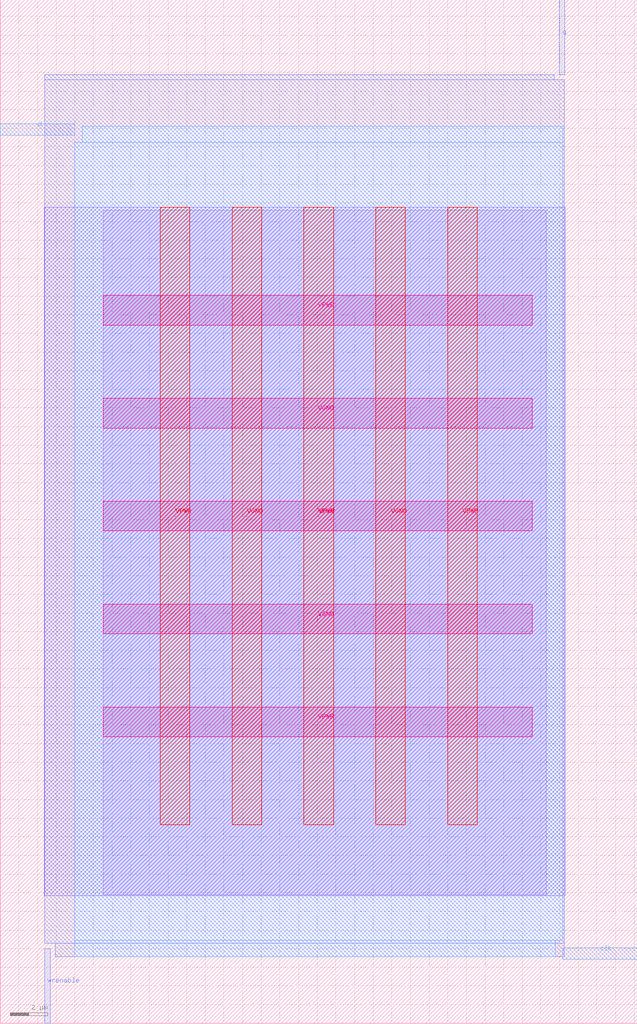
<source format=lef>
VERSION 5.7 ;
  NOWIREEXTENSIONATPIN ON ;
  DIVIDERCHAR "/" ;
  BUSBITCHARS "[]" ;
MACRO register
  CLASS BLOCK ;
  FOREIGN register ;
  ORIGIN 0.000 0.000 ;
  SIZE 34.165 BY 54.885 ;
  PIN clk
    DIRECTION INPUT ;
    USE SIGNAL ;
    PORT
      LAYER met3 ;
        RECT 30.165 3.440 34.165 4.040 ;
    END
  END clk
  PIN d
    DIRECTION INPUT ;
    USE SIGNAL ;
    PORT
      LAYER met3 ;
        RECT 0.000 47.640 4.000 48.240 ;
    END
  END d
  PIN q
    DIRECTION OUTPUT TRISTATE ;
    USE SIGNAL ;
    PORT
      LAYER met2 ;
        RECT 29.990 50.885 30.270 54.885 ;
    END
  END q
  PIN wrenable
    DIRECTION INPUT ;
    USE SIGNAL ;
    PORT
      LAYER met2 ;
        RECT 2.390 0.000 2.670 4.000 ;
    END
  END wrenable
  PIN VPWR
    DIRECTION INOUT ;
    USE POWER ;
    PORT
      LAYER met4 ;
        RECT 23.990 10.640 25.590 43.760 ;
    END
  END VPWR
  PIN VPWR
    DIRECTION INOUT ;
    USE POWER ;
    PORT
      LAYER met4 ;
        RECT 16.280 10.640 17.880 43.760 ;
    END
  END VPWR
  PIN VPWR
    DIRECTION INOUT ;
    USE POWER ;
    PORT
      LAYER met4 ;
        RECT 8.575 10.640 10.175 43.760 ;
    END
  END VPWR
  PIN VPWR
    DIRECTION INOUT ;
    USE POWER ;
    PORT
      LAYER met5 ;
        RECT 5.520 37.445 28.520 39.045 ;
    END
  END VPWR
  PIN VPWR
    DIRECTION INOUT ;
    USE POWER ;
    PORT
      LAYER met5 ;
        RECT 5.520 26.405 28.520 28.005 ;
    END
  END VPWR
  PIN VPWR
    DIRECTION INOUT ;
    USE POWER ;
    PORT
      LAYER met5 ;
        RECT 5.520 15.360 28.520 16.960 ;
    END
  END VPWR
  PIN VGND
    DIRECTION INOUT ;
    USE GROUND ;
    PORT
      LAYER met4 ;
        RECT 20.135 10.640 21.735 43.760 ;
    END
  END VGND
  PIN VGND
    DIRECTION INOUT ;
    USE GROUND ;
    PORT
      LAYER met4 ;
        RECT 12.430 10.640 14.030 43.760 ;
    END
  END VGND
  PIN VGND
    DIRECTION INOUT ;
    USE GROUND ;
    PORT
      LAYER met5 ;
        RECT 5.520 31.925 28.520 33.525 ;
    END
  END VGND
  PIN VGND
    DIRECTION INOUT ;
    USE GROUND ;
    PORT
      LAYER met5 ;
        RECT 5.520 20.880 28.520 22.480 ;
    END
  END VGND
  OBS
      LAYER li1 ;
        RECT 5.520 6.885 29.295 43.605 ;
      LAYER met1 ;
        RECT 2.370 6.840 30.290 43.760 ;
      LAYER met2 ;
        RECT 2.400 50.605 29.710 50.885 ;
        RECT 2.400 4.280 30.260 50.605 ;
        RECT 2.950 3.555 30.260 4.280 ;
      LAYER met3 ;
        RECT 4.400 47.240 30.165 48.105 ;
        RECT 4.000 4.440 30.165 47.240 ;
        RECT 4.000 3.575 29.765 4.440 ;
  END
END register
END LIBRARY


</source>
